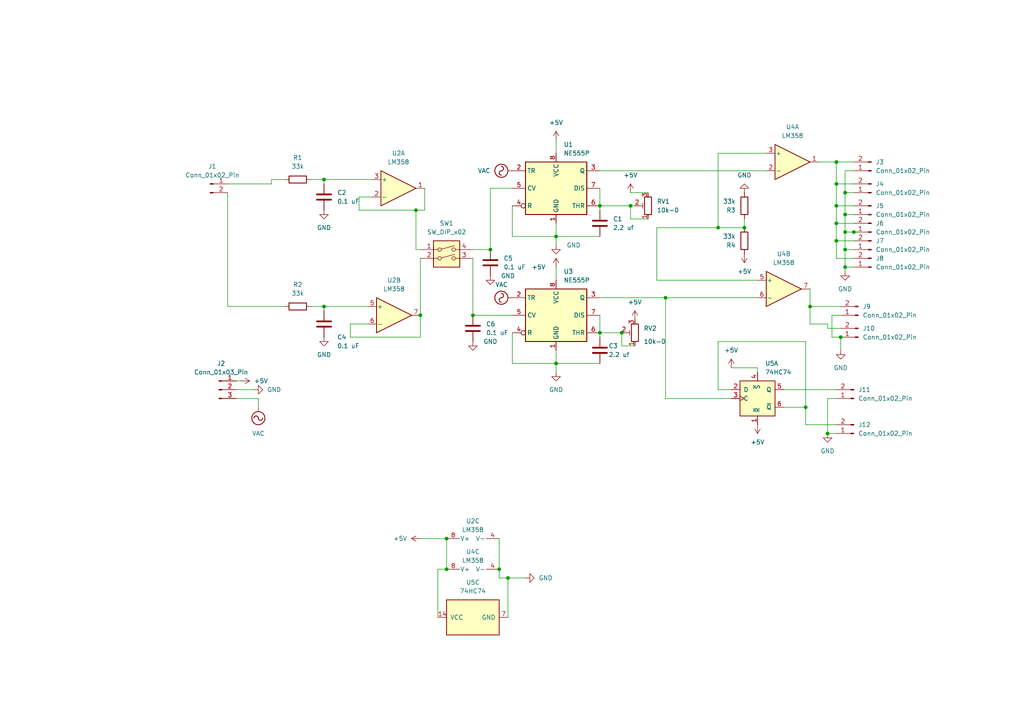
<source format=kicad_sch>
(kicad_sch (version 20230121) (generator eeschema)
  (paper "A4")
  (lib_symbols
    (symbol "74xx:74HC74" (pin_names (offset 1.016))
      (property "Reference" "U" (at -7.62 8.89 0))
      (property "Value" "74HC74" (at -7.62 -8.89 0))
      (symbol "74HC74_1_0"
        (pin input line (at 0 -7.62 90) (length 2.54) (name "~{R}") (number "1"))
        (pin input line (at -7.62 2.54 0) (length 2.54) (name "D") (number "2"))
        (pin input clock (at -7.62 0 0) (length 2.54) (name "C") (number "3"))
        (pin input line (at 0 7.62 270) (length 2.54) (name "~{S}") (number "4"))
        (pin output line (at 7.62 2.54 180) (length 2.54) (name "Q") (number "5"))
        (pin output line (at 7.62 -2.54 180) (length 2.54) (name "~{Q}") (number "6"))
      )
      (symbol "74HC74_1_1"
        (rectangle (start -5.08 5.08) (end 5.08 -5.08) (stroke (width 0.254)) (fill (type background)))
      )
      (symbol "74HC74_2_0"
        (pin input line (at 0 7.62 270) (length 2.54) (name "~{S}") (number "10"))
        (pin input clock (at -7.62 0 0) (length 2.54) (name "C") (number "11"))
        (pin input line (at -7.62 2.54 0) (length 2.54) (name "D") (number "12"))
        (pin input line (at 0 -7.62 90) (length 2.54) (name "~{R}") (number "13"))
        (pin output line (at 7.62 -2.54 180) (length 2.54) (name "~{Q}") (number "8"))
        (pin output line (at 7.62 2.54 180) (length 2.54) (name "Q") (number "9"))
      )
      (symbol "74HC74_2_1"
        (rectangle (start -5.08 5.08) (end 5.08 -5.08) (stroke (width 0.254)) (fill (type background)))
      )
      (symbol "74HC74_3_0"
        (pin power_in line (at 0 10.16 270) (length 2.54) (name "VCC") (number "14"))
        (pin power_in line (at 0 -10.16 90) (length 2.54) (name "GND") (number "7"))
      )
      (symbol "74HC74_3_1"
        (rectangle (start -5.08 7.62) (end 5.08 -7.62) (stroke (width 0.254)) (fill (type background)))
      )
    )
    (symbol "Amplifier_Operational:LM358" (pin_names (offset 0.127))
      (property "Reference" "U" (at 0 5.08 0))
      (property "Value" "LM358" (at 0 -5.08 0))
      (symbol "LM358_1_1"
        (polyline (pts (xy -5.08 5.08) (xy 5.08 0) (xy -5.08 -5.08) (xy -5.08 5.08)) (stroke (width 0.254)) (fill (type background)))
        (pin output line (at 7.62 0 180) (length 2.54) (name "~") (number "1"))
        (pin input line (at -7.62 -2.54 0) (length 2.54) (name "-") (number "2"))
        (pin input line (at -7.62 2.54 0) (length 2.54) (name "+") (number "3"))
      )
      (symbol "LM358_2_1"
        (polyline (pts (xy -5.08 5.08) (xy 5.08 0) (xy -5.08 -5.08) (xy -5.08 5.08)) (stroke (width 0.254)) (fill (type background)))
        (pin input line (at -7.62 2.54 0) (length 2.54) (name "+") (number "5"))
        (pin input line (at -7.62 -2.54 0) (length 2.54) (name "-") (number "6"))
        (pin output line (at 7.62 0 180) (length 2.54) (name "~") (number "7"))
      )
      (symbol "LM358_3_1"
        (pin power_in line (at -2.54 -7.62 90) (length 3.81) (name "V-") (number "4"))
        (pin power_in line (at -2.54 7.62 270) (length 3.81) (name "V+") (number "8"))
      )
    )
    (symbol "Connector:Conn_01x02_Pin" (pin_names (offset 1.016) hide)
      (property "Reference" "J" (at 0 2.54 0))
      (property "Value" "Conn_01x02_Pin" (at 0 -5.08 0))
      (symbol "Conn_01x02_Pin_1_1"
        (polyline (pts (xy 1.27 -2.54) (xy 0.8636 -2.54)) (stroke (width 0.1524)))
        (polyline (pts (xy 1.27 0) (xy 0.8636 0)) (stroke (width 0.1524)))
        (rectangle (start 0.8636 -2.413) (end 0 -2.667) (stroke (width 0.1524)) (fill (type outline)))
        (rectangle (start 0.8636 0.127) (end 0 -0.127) (stroke (width 0.1524)) (fill (type outline)))
        (pin passive line (at 5.08 0 180) (length 3.81) (name "Pin_1") (number "1"))
        (pin passive line (at 5.08 -2.54 180) (length 3.81) (name "Pin_2") (number "2"))
      )
    )
    (symbol "Connector:Conn_01x03_Pin" (pin_names (offset 1.016) hide)
      (property "Reference" "J" (at 0 5.08 0))
      (property "Value" "Conn_01x03_Pin" (at 0 -5.08 0))
      (symbol "Conn_01x03_Pin_1_1"
        (polyline (pts (xy 1.27 -2.54) (xy 0.8636 -2.54)) (stroke (width 0.1524)))
        (polyline (pts (xy 1.27 0) (xy 0.8636 0)) (stroke (width 0.1524)))
        (polyline (pts (xy 1.27 2.54) (xy 0.8636 2.54)) (stroke (width 0.1524)))
        (rectangle (start 0.8636 -2.413) (end 0 -2.667) (stroke (width 0.1524)) (fill (type outline)))
        (rectangle (start 0.8636 0.127) (end 0 -0.127) (stroke (width 0.1524)) (fill (type outline)))
        (rectangle (start 0.8636 2.667) (end 0 2.413) (stroke (width 0.1524)) (fill (type outline)))
        (pin passive line (at 5.08 2.54 180) (length 3.81) (name "Pin_1") (number "1"))
        (pin passive line (at 5.08 0 180) (length 3.81) (name "Pin_2") (number "2"))
        (pin passive line (at 5.08 -2.54 180) (length 3.81) (name "Pin_3") (number "3"))
      )
    )
    (symbol "Device:C" (pin_numbers hide) (pin_names (offset 0.254))
      (property "Reference" "C" (at 0.635 2.54 0))
      (property "Value" "C" (at 0.635 -2.54 0))
      (symbol "C_0_1"
        (polyline (pts (xy -2.032 -0.762) (xy 2.032 -0.762)) (stroke (width 0.508)))
        (polyline (pts (xy -2.032 0.762) (xy 2.032 0.762)) (stroke (width 0.508)))
      )
      (symbol "C_1_1"
        (pin passive line (at 0 3.81 270) (length 2.794) (name "~") (number "1"))
        (pin passive line (at 0 -3.81 90) (length 2.794) (name "~") (number "2"))
      )
    )
    (symbol "Device:R" (pin_numbers hide) (pin_names (offset 0))
      (property "Reference" "R" (at 2.032 0 90))
      (property "Value" "R" (at 0 0 90))
      (symbol "R_0_1"
        (rectangle (start -1.016 -2.54) (end 1.016 2.54) (stroke (width 0.254)))
      )
      (symbol "R_1_1"
        (pin passive line (at 0 3.81 270) (length 1.27) (name "~") (number "1"))
        (pin passive line (at 0 -3.81 90) (length 1.27) (name "~") (number "2"))
      )
    )
    (symbol "Device:R_Potentiometer_Trim" (pin_names (offset 1.016) hide)
      (property "Reference" "RV" (at -4.445 0 90))
      (property "Value" "R_Potentiometer_Trim" (at -2.54 0 90))
      (symbol "R_Potentiometer_Trim_0_1"
        (polyline (pts (xy 1.524 0.762) (xy 1.524 -0.762)))
        (polyline (pts (xy 2.54 0) (xy 1.524 0)))
        (rectangle (start 1.016 2.54) (end -1.016 -2.54) (stroke (width 0.254)))
      )
      (symbol "R_Potentiometer_Trim_1_1"
        (pin passive line (at 0 3.81 270) (length 1.27) (name "1") (number "1"))
        (pin passive line (at 3.81 0 180) (length 1.27) (name "2") (number "2"))
        (pin passive line (at 0 -3.81 90) (length 1.27) (name "3") (number "3"))
      )
    )
    (symbol "Switch:SW_DIP_x02" (pin_names (offset 0) hide)
      (property "Reference" "SW" (at 0 6.35 0))
      (property "Value" "SW_DIP_x02" (at 0 -3.81 0))
      (symbol "SW_DIP_x02_0_0"
        (circle (center -2.032 0) (radius 0.508))
        (circle (center -2.032 2.54) (radius 0.508))
        (polyline (pts (xy -1.524 0.127) (xy 2.3622 1.1684)))
        (polyline (pts (xy -1.524 2.667) (xy 2.3622 3.7084)))
        (circle (center 2.032 0) (radius 0.508))
        (circle (center 2.032 2.54) (radius 0.508))
      )
      (symbol "SW_DIP_x02_0_1"
        (rectangle (start -3.81 5.08) (end 3.81 -2.54) (stroke (width 0.254)) (fill (type background)))
      )
      (symbol "SW_DIP_x02_1_1"
        (pin passive line (at -7.62 2.54 0) (length 5.08) (name "~") (number "1"))
        (pin passive line (at -7.62 0 0) (length 5.08) (name "~") (number "2"))
        (pin passive line (at 7.62 0 180) (length 5.08) (name "~") (number "3"))
        (pin passive line (at 7.62 2.54 180) (length 5.08) (name "~") (number "4"))
      )
    )
    (symbol "Timer:NE555P"
      (property "Reference" "U" (at -10.16 8.89 0))
      (property "Value" "NE555P" (at 2.54 8.89 0))
      (symbol "NE555P_0_0"
        (pin power_in line (at 0 -10.16 90) (length 2.54) (name "GND") (number "1"))
        (pin power_in line (at 0 10.16 270) (length 2.54) (name "VCC") (number "8"))
      )
      (symbol "NE555P_0_1"
        (rectangle (start -8.89 -7.62) (end 8.89 7.62) (stroke (width 0.254)) (fill (type background)))
        (rectangle (start -8.89 -7.62) (end 8.89 7.62) (stroke (width 0.254)) (fill (type background)))
      )
      (symbol "NE555P_1_1"
        (pin input line (at -12.7 5.08 0) (length 3.81) (name "TR") (number "2"))
        (pin output line (at 12.7 5.08 180) (length 3.81) (name "Q") (number "3"))
        (pin input inverted (at -12.7 -5.08 0) (length 3.81) (name "R") (number "4"))
        (pin input line (at -12.7 0 0) (length 3.81) (name "CV") (number "5"))
        (pin input line (at 12.7 -5.08 180) (length 3.81) (name "THR") (number "6"))
        (pin input line (at 12.7 0 180) (length 3.81) (name "DIS") (number "7"))
      )
    )
    (symbol "power:+5V" (power) (pin_names (offset 0))
      (property "Value" "+5V" (at 0 3.556 0))
      (symbol "+5V_0_1"
        (polyline (pts (xy -0.762 1.27) (xy 0 2.54)))
        (polyline (pts (xy 0 0) (xy 0 2.54)))
        (polyline (pts (xy 0 2.54) (xy 0.762 1.27)))
      )
      (symbol "+5V_1_1"
        (pin power_in line (at 0 0 90) (length 0) hide (name "+5V") (number "1"))
      )
    )
    (symbol "power:GND" (power) (pin_names (offset 0))
      (property "Value" "GND" (at 0 -3.81 0))
      (symbol "GND_0_1"
        (polyline (pts (xy 0 0) (xy 0 -1.27) (xy 1.27 -1.27) (xy 0 -2.54) (xy -1.27 -1.27) (xy 0 -1.27)))
      )
      (symbol "GND_1_1"
        (pin power_in line (at 0 0 270) (length 0) hide (name "GND") (number "1"))
      )
    )
    (symbol "power:VAC" (power) (pin_names (offset 0))
      (property "Value" "VAC" (at 0 6.35 0))
      (symbol "VAC_0_1"
        (polyline (pts (xy 0 0) (xy 0 1.27)))
        (arc (start 0 3.175) (mid -0.635 3.8073) (end -1.27 3.175) (stroke (width 0.254)))
        (arc (start 0 3.175) (mid 0.635 2.5427) (end 1.27 3.175) (stroke (width 0.254)))
        (circle (center 0 3.175) (radius 1.905) (stroke (width 0.254)))
      )
      (symbol "VAC_1_1"
        (pin power_in line (at 0 0 90) (length 0) hide (name "VAC") (number "1"))
      )
    )
  )
  (junction (at 245.11 55.88))
  (junction (at 234.95 88.9))
  (junction (at 93.98 88.9))
  (junction (at 242.57 59.69))
  (junction (at 245.11 62.23))
  (junction (at 242.57 69.85))
  (junction (at 180.34 96.52))
  (junction (at 137.16 91.44))
  (junction (at 121.92 91.44))
  (junction (at 161.29 68.58))
  (junction (at 193.04 86.36))
  (junction (at 147.32 167.64))
  (junction (at 245.11 72.39))
  (junction (at 161.29 105.41))
  (junction (at 173.99 96.52))
  (junction (at 215.9 66.04))
  (junction (at 233.68 118.11))
  (junction (at 120.65 60.96))
  (junction (at 142.24 72.39))
  (junction (at 144.78 165.1))
  (junction (at 242.57 64.77))
  (junction (at 245.11 67.31))
  (junction (at 173.99 59.69))
  (junction (at 247.65 67.31))
  (junction (at 240.03 125.73))
  (junction (at 129.54 156.21))
  (junction (at 243.84 97.79))
  (junction (at 242.57 46.99))
  (junction (at 242.57 53.34))
  (junction (at 208.28 66.04))
  (junction (at 129.54 165.1))
  (junction (at 245.11 77.47))
  (junction (at 93.98 52.07))
  (junction (at 182.88 59.69))
  (wire (pts (xy 142.24 72.39) (xy 142.24 54.61)))
  (wire (pts (xy 161.29 68.58) (xy 173.99 68.58)))
  (wire (pts (xy 234.95 88.9) (xy 234.95 83.82)))
  (wire (pts (xy 208.28 113.03) (xy 212.09 113.03)))
  (wire (pts (xy 93.98 90.17) (xy 93.98 88.9)))
  (wire (pts (xy 241.3 91.44) (xy 241.3 97.79)))
  (wire (pts (xy 240.03 95.25) (xy 243.84 95.25)))
  (wire (pts (xy 148.59 91.44) (xy 137.16 91.44)))
  (wire (pts (xy 241.3 97.79) (xy 243.84 97.79)))
  (wire (pts (xy 247.65 59.69) (xy 242.57 59.69)))
  (wire (pts (xy 66.04 55.88) (xy 66.04 88.9)))
  (wire (pts (xy 247.65 55.88) (xy 245.11 55.88)))
  (wire (pts (xy 247.65 62.23) (xy 245.11 62.23)))
  (wire (pts (xy 247.65 69.85) (xy 242.57 69.85)))
  (wire (pts (xy 245.11 78.74) (xy 245.11 77.47)))
  (wire (pts (xy 180.34 100.33) (xy 180.34 96.52)))
  (wire (pts (xy 148.59 59.69) (xy 148.59 68.58)))
  (wire (pts (xy 219.71 106.68) (xy 212.09 106.68)))
  (wire (pts (xy 123.19 60.96) (xy 120.65 60.96)))
  (wire (pts (xy 173.99 60.96) (xy 173.99 59.69)))
  (wire (pts (xy 173.99 91.44) (xy 173.99 96.52)))
  (wire (pts (xy 242.57 64.77) (xy 242.57 59.69)))
  (wire (pts (xy 245.11 49.53) (xy 245.11 55.88)))
  (wire (pts (xy 242.57 115.57) (xy 240.03 115.57)))
  (wire (pts (xy 240.03 93.98) (xy 234.95 93.98)))
  (wire (pts (xy 101.6 93.98) (xy 106.68 93.98)))
  (wire (pts (xy 161.29 68.58) (xy 161.29 64.77)))
  (wire (pts (xy 227.33 113.03) (xy 242.57 113.03)))
  (wire (pts (xy 245.11 62.23) (xy 245.11 67.31)))
  (wire (pts (xy 190.5 66.04) (xy 190.5 81.28)))
  (wire (pts (xy 208.28 44.45) (xy 222.25 44.45)))
  (wire (pts (xy 247.65 53.34) (xy 242.57 53.34)))
  (wire (pts (xy 173.99 54.61) (xy 173.99 59.69)))
  (wire (pts (xy 233.68 123.19) (xy 242.57 123.19)))
  (wire (pts (xy 137.16 72.39) (xy 142.24 72.39)))
  (wire (pts (xy 233.68 118.11) (xy 233.68 123.19)))
  (wire (pts (xy 90.17 52.07) (xy 93.98 52.07)))
  (wire (pts (xy 243.84 101.6) (xy 243.84 97.79)))
  (wire (pts (xy 78.74 53.34) (xy 78.74 52.07)))
  (wire (pts (xy 215.9 66.04) (xy 215.9 63.5)))
  (wire (pts (xy 193.04 86.36) (xy 219.71 86.36)))
  (wire (pts (xy 93.98 53.34) (xy 93.98 52.07)))
  (wire (pts (xy 193.04 86.36) (xy 193.04 115.57)))
  (wire (pts (xy 240.03 125.73) (xy 242.57 125.73)))
  (wire (pts (xy 123.19 54.61) (xy 123.19 60.96)))
  (wire (pts (xy 245.11 72.39) (xy 245.11 77.47)))
  (wire (pts (xy 219.71 107.95) (xy 219.71 106.68)))
  (wire (pts (xy 121.92 74.93) (xy 121.92 91.44)))
  (wire (pts (xy 242.57 74.93) (xy 242.57 69.85)))
  (wire (pts (xy 182.88 59.69) (xy 182.88 63.5)))
  (wire (pts (xy 234.95 93.98) (xy 234.95 88.9)))
  (wire (pts (xy 127 165.1) (xy 129.54 165.1)))
  (wire (pts (xy 173.99 59.69) (xy 182.88 59.69)))
  (wire (pts (xy 173.99 49.53) (xy 222.25 49.53)))
  (wire (pts (xy 243.84 91.44) (xy 241.3 91.44)))
  (wire (pts (xy 208.28 66.04) (xy 190.5 66.04)))
  (wire (pts (xy 173.99 86.36) (xy 193.04 86.36)))
  (wire (pts (xy 240.03 93.98) (xy 240.03 95.25)))
  (wire (pts (xy 161.29 77.47) (xy 161.29 81.28)))
  (wire (pts (xy 120.65 60.96) (xy 120.65 72.39)))
  (wire (pts (xy 242.57 59.69) (xy 242.57 53.34)))
  (wire (pts (xy 147.32 167.64) (xy 147.32 179.07)))
  (wire (pts (xy 247.65 67.31) (xy 245.11 67.31)))
  (wire (pts (xy 247.65 49.53) (xy 245.11 49.53)))
  (wire (pts (xy 233.68 118.11) (xy 233.68 99.06)))
  (wire (pts (xy 193.04 115.57) (xy 212.09 115.57)))
  (wire (pts (xy 104.14 57.15) (xy 107.95 57.15)))
  (wire (pts (xy 68.58 110.49) (xy 69.85 110.49)))
  (wire (pts (xy 104.14 60.96) (xy 104.14 57.15)))
  (wire (pts (xy 233.68 99.06) (xy 208.28 99.06)))
  (wire (pts (xy 93.98 88.9) (xy 106.68 88.9)))
  (wire (pts (xy 144.78 167.64) (xy 147.32 167.64)))
  (wire (pts (xy 147.32 167.64) (xy 152.4 167.64)))
  (wire (pts (xy 240.03 115.57) (xy 240.03 125.73)))
  (wire (pts (xy 148.59 68.58) (xy 161.29 68.58)))
  (wire (pts (xy 187.96 55.88) (xy 182.88 55.88)))
  (wire (pts (xy 247.65 72.39) (xy 245.11 72.39)))
  (wire (pts (xy 242.57 46.99) (xy 247.65 46.99)))
  (wire (pts (xy 234.95 88.9) (xy 243.84 88.9)))
  (wire (pts (xy 248.92 67.31) (xy 247.65 67.31)))
  (wire (pts (xy 208.28 66.04) (xy 215.9 66.04)))
  (wire (pts (xy 180.34 100.33) (xy 184.15 100.33)))
  (wire (pts (xy 142.24 54.61) (xy 148.59 54.61)))
  (wire (pts (xy 182.88 63.5) (xy 187.96 63.5)))
  (wire (pts (xy 121.92 91.44) (xy 121.92 97.79)))
  (wire (pts (xy 182.88 59.69) (xy 184.15 59.69)))
  (wire (pts (xy 242.57 69.85) (xy 242.57 64.77)))
  (wire (pts (xy 101.6 97.79) (xy 101.6 93.98)))
  (wire (pts (xy 227.33 118.11) (xy 233.68 118.11)))
  (wire (pts (xy 190.5 81.28) (xy 219.71 81.28)))
  (wire (pts (xy 78.74 52.07) (xy 82.55 52.07)))
  (wire (pts (xy 148.59 105.41) (xy 161.29 105.41)))
  (wire (pts (xy 173.99 96.52) (xy 180.34 96.52)))
  (wire (pts (xy 68.58 113.03) (xy 73.66 113.03)))
  (wire (pts (xy 127 179.07) (xy 127 165.1)))
  (wire (pts (xy 161.29 71.12) (xy 161.29 68.58)))
  (wire (pts (xy 144.78 156.21) (xy 144.78 165.1)))
  (wire (pts (xy 161.29 105.41) (xy 161.29 101.6)))
  (wire (pts (xy 144.78 167.64) (xy 144.78 165.1)))
  (wire (pts (xy 121.92 156.21) (xy 129.54 156.21)))
  (wire (pts (xy 245.11 55.88) (xy 245.11 62.23)))
  (wire (pts (xy 161.29 105.41) (xy 173.99 105.41)))
  (wire (pts (xy 148.59 96.52) (xy 148.59 105.41)))
  (wire (pts (xy 121.92 97.79) (xy 101.6 97.79)))
  (wire (pts (xy 247.65 64.77) (xy 242.57 64.77)))
  (wire (pts (xy 245.11 77.47) (xy 247.65 77.47)))
  (wire (pts (xy 161.29 40.64) (xy 161.29 44.45)))
  (wire (pts (xy 90.17 88.9) (xy 93.98 88.9)))
  (wire (pts (xy 247.65 74.93) (xy 242.57 74.93)))
  (wire (pts (xy 93.98 52.07) (xy 107.95 52.07)))
  (wire (pts (xy 173.99 97.79) (xy 173.99 96.52)))
  (wire (pts (xy 120.65 72.39) (xy 121.92 72.39)))
  (wire (pts (xy 74.93 115.57) (xy 68.58 115.57)))
  (wire (pts (xy 129.54 156.21) (xy 129.54 165.1)))
  (wire (pts (xy 208.28 66.04) (xy 208.28 44.45)))
  (wire (pts (xy 66.04 88.9) (xy 82.55 88.9)))
  (wire (pts (xy 74.93 118.11) (xy 74.93 115.57)))
  (wire (pts (xy 242.57 53.34) (xy 242.57 46.99)))
  (wire (pts (xy 208.28 99.06) (xy 208.28 113.03)))
  (wire (pts (xy 161.29 107.95) (xy 161.29 105.41)))
  (wire (pts (xy 66.04 53.34) (xy 78.74 53.34)))
  (wire (pts (xy 245.11 67.31) (xy 245.11 72.39)))
  (wire (pts (xy 137.16 91.44) (xy 137.16 74.93)))
  (wire (pts (xy 237.49 46.99) (xy 242.57 46.99)))
  (wire (pts (xy 120.65 60.96) (xy 104.14 60.96)))
  (symbol (lib_id "Amplifier_Operational:LM358") (at 137.16 162.56 90) (unit 3)
    (property "Reference" "U4" (at 137.16 160.02 90))
    (property "Value" "LM358" (at 137.16 162.56 90))
    (property "Footprint" "Package_DIP:DIP-8_W7.62mm" (effects hide))
    (property "Datasheet" "http://www.ti.com/lit/ds/symlink/lm2904-n.pdf" (effects hide))
  )
  (symbol (lib_id "Device:R") (at 86.36 52.07 90) (unit 1)
    (property "Reference" "R1" (at 86.36 45.72 90))
    (property "Value" "33k" (at 86.36 48.26 90))
    (property "Footprint" "Resistor_THT:R_Axial_DIN0204_L3.6mm_D1.6mm_P5.08mm_Horizontal" (effects hide))
  )
  (symbol (lib_id "Device:R") (at 215.9 69.85 180) (unit 1)
    (property "Reference" "R4" (at 213.36 71.12 0) (effects (justify left)))
    (property "Value" "33k" (at 213.36 68.58 0) (effects (justify left)))
    (property "Footprint" "Resistor_THT:R_Axial_DIN0204_L3.6mm_D1.6mm_P5.08mm_Horizontal" (effects hide))
  )
  (symbol (lib_id "power:GND") (at 73.66 113.03 90) (unit 1)
    (property "Reference" "#PWR020" (effects hide))
    (property "Value" "GND" (at 77.47 113.03 90) (effects (justify right)))
  )
  (symbol (lib_id "Connector:Conn_01x03_Pin") (at 63.5 113.03 0) (unit 1)
    (property "Reference" "J2" (at 64.135 105.41 0))
    (property "Value" "Conn_01x03_Pin" (at 64.135 107.95 0))
    (property "Footprint" "Connector_JST:JST_EH_B3B-EH-A_1x03_P2.50mm_Vertical" (effects hide))
  )
  (symbol (lib_id "Device:C") (at 142.24 76.2 0) (unit 1)
    (property "Reference" "C5" (at 146.05 74.93 0) (effects (justify left)))
    (property "Value" "0.1 uF" (at 146.05 77.47 0) (effects (justify left)))
    (property "Footprint" "Capacitor_THT:C_Disc_D3.4mm_W2.1mm_P2.50mm" (effects hide))
  )
  (symbol (lib_id "power:VAC") (at 74.93 118.11 180) (unit 1)
    (property "Reference" "#PWR021" (effects hide))
    (property "Value" "VAC" (at 74.93 125.73 0))
  )
  (symbol (lib_id "Connector:Conn_01x02_Pin") (at 252.73 49.53 180) (unit 1)
    (property "Reference" "J3" (at 254 46.99 0) (effects (justify right)))
    (property "Value" "Conn_01x02_Pin" (at 254 49.53 0) (effects (justify right)))
    (property "Footprint" "Connector_JST:JST_EH_B2B-EH-A_1x02_P2.50mm_Vertical" (effects hide))
  )
  (symbol (lib_id "Device:R") (at 86.36 88.9 90) (unit 1)
    (property "Reference" "R2" (at 86.36 82.55 90))
    (property "Value" "33k" (at 86.36 85.09 90))
    (property "Footprint" "Resistor_THT:R_Axial_DIN0204_L3.6mm_D1.6mm_P5.08mm_Horizontal" (effects hide))
  )
  (symbol (lib_id "Device:C") (at 137.16 95.25 0) (unit 1)
    (property "Reference" "C6" (at 140.97 93.98 0) (effects (justify left)))
    (property "Value" "0.1 uF" (at 140.97 96.52 0) (effects (justify left)))
    (property "Footprint" "Capacitor_THT:C_Disc_D3.4mm_W2.1mm_P2.50mm" (effects hide))
  )
  (symbol (lib_id "Connector:Conn_01x02_Pin") (at 252.73 77.47 180) (unit 1)
    (property "Reference" "J8" (at 254 74.93 0) (effects (justify right)))
    (property "Value" "Conn_01x02_Pin" (at 254 77.47 0) (effects (justify right)))
    (property "Footprint" "Connector_JST:JST_EH_B2B-EH-A_1x02_P2.50mm_Vertical" (effects hide))
  )
  (symbol (lib_id "Connector:Conn_01x02_Pin") (at 252.73 55.88 180) (unit 1)
    (property "Reference" "J4" (at 254 53.34 0) (effects (justify right)))
    (property "Value" "Conn_01x02_Pin" (at 254 55.88 0) (effects (justify right)))
    (property "Footprint" "Connector_JST:JST_EH_B2B-EH-A_1x02_P2.50mm_Vertical" (effects hide))
  )
  (symbol (lib_id "Device:C") (at 93.98 93.98 0) (unit 1)
    (property "Reference" "C4" (at 97.79 97.79 0) (effects (justify left)))
    (property "Value" "0.1 uF" (at 97.79 100.33 0) (effects (justify left)))
    (property "Footprint" "Capacitor_THT:C_Disc_D3.4mm_W2.1mm_P2.50mm" (effects hide))
  )
  (symbol (lib_id "Connector:Conn_01x02_Pin") (at 248.92 97.79 180) (unit 1)
    (property "Reference" "J10" (at 250.19 95.25 0) (effects (justify right)))
    (property "Value" "Conn_01x02_Pin" (at 250.19 97.79 0) (effects (justify right)))
    (property "Footprint" "Connector_JST:JST_EH_B2B-EH-A_1x02_P2.50mm_Vertical" (effects hide))
  )
  (symbol (lib_id "power:GND") (at 161.29 71.12 0) (unit 1)
    (property "Reference" "#PWR02" (effects hide))
    (property "Value" "GND" (at 166.37 71.12 0))
  )
  (symbol (lib_id "power:GND") (at 137.16 99.06 0) (unit 1)
    (property "Reference" "#PWR018" (effects hide))
    (property "Value" "GND" (at 142.24 99.06 0))
  )
  (symbol (lib_id "Timer:NE555P") (at 161.29 91.44 0) (unit 1)
    (property "Reference" "U3" (at 163.4841 78.74 0) (effects (justify left)))
    (property "Value" "NE555P" (at 163.4841 81.28 0) (effects (justify left)))
    (property "Footprint" "Package_DIP:DIP-8_W7.62mm" (effects hide))
    (property "Datasheet" "http://www.ti.com/lit/ds/symlink/ne555.pdf" (effects hide))
  )
  (symbol (lib_id "Timer:NE555P") (at 161.29 54.61 0) (unit 1)
    (property "Reference" "U1" (at 163.4841 41.91 0) (effects (justify left)))
    (property "Value" "NE555P" (at 163.4841 44.45 0) (effects (justify left)))
    (property "Footprint" "Package_DIP:DIP-8_W7.62mm" (effects hide))
    (property "Datasheet" "http://www.ti.com/lit/ds/symlink/ne555.pdf" (effects hide))
  )
  (symbol (lib_id "power:+5V") (at 69.85 110.49 270) (unit 1)
    (property "Reference" "#PWR019" (effects hide))
    (property "Value" "+5V" (at 73.66 110.49 90) (effects (justify left)))
  )
  (symbol (lib_id "power:VAC") (at 148.59 49.53 90) (unit 1)
    (property "Reference" "#PWR05" (effects hide))
    (property "Value" "VAC" (at 142.24 49.53 90) (effects (justify left)))
  )
  (symbol (lib_id "Amplifier_Operational:LM358") (at 114.3 91.44 0) (unit 2)
    (property "Reference" "U2" (at 114.3 81.28 0))
    (property "Value" "LM358" (at 114.3 83.82 0))
    (property "Footprint" "Package_DIP:DIP-8_W7.62mm" (effects hide))
    (property "Datasheet" "http://www.ti.com/lit/ds/symlink/lm2904-n.pdf" (effects hide))
  )
  (symbol (lib_id "Connector:Conn_01x02_Pin") (at 252.73 72.39 180) (unit 1)
    (property "Reference" "J7" (at 254 69.85 0) (effects (justify right)))
    (property "Value" "Conn_01x02_Pin" (at 254 72.39 0) (effects (justify right)))
    (property "Footprint" "Connector_JST:JST_EH_B2B-EH-A_1x02_P2.50mm_Vertical" (effects hide))
  )
  (symbol (lib_id "power:GND") (at 243.84 101.6 0) (unit 1)
    (property "Reference" "#PWR023" (effects hide))
    (property "Value" "GND" (at 243.84 106.68 0))
  )
  (symbol (lib_id "Connector:Conn_01x02_Pin") (at 252.73 62.23 180) (unit 1)
    (property "Reference" "J5" (at 254 59.69 0) (effects (justify right)))
    (property "Value" "Conn_01x02_Pin" (at 254 62.23 0) (effects (justify right)))
    (property "Footprint" "Connector_JST:JST_EH_B2B-EH-A_1x02_P2.50mm_Vertical" (effects hide))
  )
  (symbol (lib_id "power:GND") (at 245.11 78.74 0) (unit 1)
    (property "Reference" "#PWR022" (effects hide))
    (property "Value" "GND" (at 245.11 83.82 0))
  )
  (symbol (lib_id "power:+5V") (at 212.09 106.68 0) (unit 1)
    (property "Reference" "#PWR013" (effects hide))
    (property "Value" "+5V" (at 212.09 101.6 0))
  )
  (symbol (lib_id "power:VAC") (at 148.59 86.36 90) (unit 1)
    (property "Reference" "#PWR06" (effects hide))
    (property "Value" "VAC" (at 147.32 82.55 90) (effects (justify left)))
  )
  (symbol (lib_id "power:+5V") (at 161.29 40.64 0) (unit 1)
    (property "Reference" "#PWR01" (effects hide))
    (property "Value" "+5V" (at 161.29 35.56 0))
  )
  (symbol (lib_id "power:+5V") (at 121.92 156.21 90) (unit 1)
    (property "Reference" "#PWR015" (effects hide))
    (property "Value" "+5V" (at 118.11 156.21 90) (effects (justify left)))
  )
  (symbol (lib_id "power:+5V") (at 184.15 92.71 0) (unit 1)
    (property "Reference" "#PWR09" (effects hide))
    (property "Value" "+5V" (at 184.15 87.63 0))
  )
  (symbol (lib_id "Device:C") (at 173.99 101.6 0) (unit 1)
    (property "Reference" "C3" (at 176.53 100.33 0) (effects (justify left)))
    (property "Value" "2.2 uf" (at 176.53 102.87 0) (effects (justify left)))
    (property "Footprint" "Capacitor_THT:C_Disc_D3.4mm_W2.1mm_P2.50mm" (effects hide))
  )
  (symbol (lib_id "power:GND") (at 93.98 97.79 0) (unit 1)
    (property "Reference" "#PWR010" (effects hide))
    (property "Value" "GND" (at 93.98 102.87 0))
  )
  (symbol (lib_id "Device:R_Potentiometer_Trim") (at 184.15 96.52 180) (unit 1)
    (property "Reference" "RV2" (at 186.69 95.25 0) (effects (justify right)))
    (property "Value" "10k-0" (at 186.69 99.06 0) (effects (justify right)))
    (property "Footprint" "Potentiometer_THT:Potentiometer_Bourns_3386P_Vertical" (effects hide))
  )
  (symbol (lib_id "Device:R_Potentiometer_Trim") (at 187.96 59.69 180) (unit 1)
    (property "Reference" "RV1" (at 190.5 58.42 0) (effects (justify right)))
    (property "Value" "10k-0" (at 190.5 60.96 0) (effects (justify right)))
    (property "Footprint" "Potentiometer_THT:Potentiometer_Bourns_3386P_Vertical" (effects hide))
  )
  (symbol (lib_id "Device:R") (at 215.9 59.69 180) (unit 1)
    (property "Reference" "R3" (at 213.36 60.96 0) (effects (justify left)))
    (property "Value" "33k" (at 213.36 58.42 0) (effects (justify left)))
    (property "Footprint" "Resistor_THT:R_Axial_DIN0204_L3.6mm_D1.6mm_P5.08mm_Horizontal" (effects hide))
  )
  (symbol (lib_id "74xx:74HC74") (at 219.71 115.57 0) (unit 1)
    (property "Reference" "U5" (at 221.9041 105.41 0) (effects (justify left)))
    (property "Value" "74HC74" (at 221.9041 107.95 0) (effects (justify left)))
    (property "Footprint" "Package_DIP:DIP-14_W7.62mm" (effects hide))
    (property "Datasheet" "74xx/74hc_hct74.pdf" (effects hide))
  )
  (symbol (lib_id "power:+5V") (at 219.71 123.19 180) (unit 1)
    (property "Reference" "#PWR014" (effects hide))
    (property "Value" "+5V" (at 219.71 128.27 0))
  )
  (symbol (lib_id "Amplifier_Operational:LM358") (at 137.16 153.67 90) (unit 3)
    (property "Reference" "U2" (at 137.16 151.13 90))
    (property "Value" "LM358" (at 137.16 153.67 90))
    (property "Footprint" "Package_DIP:DIP-8_W7.62mm" (effects hide))
    (property "Datasheet" "http://www.ti.com/lit/ds/symlink/lm2904-n.pdf" (effects hide))
  )
  (symbol (lib_id "Switch:SW_DIP_x02") (at 129.54 74.93 0) (unit 1)
    (property "Reference" "SW1" (at 129.54 64.77 0))
    (property "Value" "SW_DIP_x02" (at 129.54 67.31 0))
    (property "Footprint" "Button_Switch_THT:SW_DIP_SPSTx02_Slide_9.78x7.26mm_W7.62mm_P2.54mm" (effects hide))
  )
  (symbol (lib_id "Device:C") (at 93.98 57.15 0) (unit 1)
    (property "Reference" "C2" (at 97.79 55.88 0) (effects (justify left)))
    (property "Value" "0.1 uF" (at 97.79 58.42 0) (effects (justify left)))
    (property "Footprint" "Capacitor_THT:C_Disc_D3.4mm_W2.1mm_P2.50mm" (effects hide))
  )
  (symbol (lib_id "Amplifier_Operational:LM358") (at 227.33 83.82 0) (unit 2)
    (property "Reference" "U4" (at 227.33 73.66 0))
    (property "Value" "LM358" (at 227.33 76.2 0))
    (property "Footprint" "Package_DIP:DIP-8_W7.62mm" (effects hide))
    (property "Datasheet" "http://www.ti.com/lit/ds/symlink/lm2904-n.pdf" (effects hide))
  )
  (symbol (lib_id "power:+5V") (at 215.9 73.66 180) (unit 1)
    (property "Reference" "#PWR011" (effects hide))
    (property "Value" "+5V" (at 215.9 78.74 0))
  )
  (symbol (lib_id "power:+5V") (at 182.88 55.88 0) (unit 1)
    (property "Reference" "#PWR03" (effects hide))
    (property "Value" "+5V" (at 182.88 50.8 0))
  )
  (symbol (lib_id "Amplifier_Operational:LM358") (at 229.87 46.99 0) (unit 1)
    (property "Reference" "U4" (at 229.87 36.83 0))
    (property "Value" "LM358" (at 229.87 39.37 0))
    (property "Footprint" "Package_DIP:DIP-8_W7.62mm" (effects hide))
    (property "Datasheet" "http://www.ti.com/lit/ds/symlink/lm2904-n.pdf" (effects hide))
  )
  (symbol (lib_id "Connector:Conn_01x02_Pin") (at 60.96 53.34 0) (unit 1)
    (property "Reference" "J1" (at 61.595 48.26 0))
    (property "Value" "Conn_01x02_Pin" (at 61.595 50.8 0))
    (property "Footprint" "Connector_JST:JST_EH_B2B-EH-A_1x02_P2.50mm_Vertical" (effects hide))
  )
  (symbol (lib_id "Amplifier_Operational:LM358") (at 115.57 54.61 0) (unit 1)
    (property "Reference" "U2" (at 115.57 44.45 0))
    (property "Value" "LM358" (at 115.57 46.99 0))
    (property "Footprint" "Package_DIP:DIP-8_W7.62mm" (effects hide))
    (property "Datasheet" "http://www.ti.com/lit/ds/symlink/lm2904-n.pdf" (effects hide))
  )
  (symbol (lib_id "Device:C") (at 173.99 64.77 0) (unit 1)
    (property "Reference" "C1" (at 177.8 63.5 0) (effects (justify left)))
    (property "Value" "2.2 uf" (at 177.8 66.04 0) (effects (justify left)))
    (property "Footprint" "Capacitor_THT:C_Disc_D3.4mm_W2.1mm_P2.50mm" (effects hide))
  )
  (symbol (lib_id "Connector:Conn_01x02_Pin") (at 248.92 91.44 180) (unit 1)
    (property "Reference" "J9" (at 250.19 88.9 0) (effects (justify right)))
    (property "Value" "Conn_01x02_Pin" (at 250.19 91.44 0) (effects (justify right)))
    (property "Footprint" "Connector_JST:JST_EH_B2B-EH-A_1x02_P2.50mm_Vertical" (effects hide))
  )
  (symbol (lib_id "74xx:74HC74") (at 137.16 179.07 90) (unit 3)
    (property "Reference" "U5" (at 137.16 168.91 90))
    (property "Value" "74HC74" (at 137.16 171.45 90))
    (property "Footprint" "Package_DIP:DIP-14_W7.62mm" (effects hide))
    (property "Datasheet" "74xx/74hc_hct74.pdf" (effects hide))
  )
  (symbol (lib_id "Connector:Conn_01x02_Pin") (at 247.65 115.57 180) (unit 1)
    (property "Reference" "J11" (at 248.92 113.03 0) (effects (justify right)))
    (property "Value" "Conn_01x02_Pin" (at 248.92 115.57 0) (effects (justify right)))
    (property "Footprint" "Connector_JST:JST_EH_B2B-EH-A_1x02_P2.50mm_Vertical" (effects hide))
  )
  (symbol (lib_id "power:GND") (at 93.98 60.96 0) (unit 1)
    (property "Reference" "#PWR04" (effects hide))
    (property "Value" "GND" (at 93.98 66.04 0))
  )
  (symbol (lib_id "power:GND") (at 161.29 107.95 0) (unit 1)
    (property "Reference" "#PWR08" (effects hide))
    (property "Value" "GND" (at 161.29 113.03 0))
  )
  (symbol (lib_id "power:GND") (at 142.24 80.01 0) (unit 1)
    (property "Reference" "#PWR017" (effects hide))
    (property "Value" "GND" (at 147.32 80.01 0))
  )
  (symbol (lib_id "Connector:Conn_01x02_Pin") (at 252.73 67.31 180) (unit 1)
    (property "Reference" "J6" (at 254 64.77 0) (effects (justify right)))
    (property "Value" "Conn_01x02_Pin" (at 254 67.31 0) (effects (justify right)))
    (property "Footprint" "Connector_JST:JST_EH_B2B-EH-A_1x02_P2.50mm_Vertical" (effects hide))
  )
  (symbol (lib_id "Connector:Conn_01x02_Pin") (at 247.65 125.73 180) (unit 1)
    (property "Reference" "J12" (at 248.92 123.19 0) (effects (justify right)))
    (property "Value" "Conn_01x02_Pin" (at 248.92 125.73 0) (effects (justify right)))
    (property "Footprint" "Connector_JST:JST_EH_B2B-EH-A_1x02_P2.50mm_Vertical" (effects hide))
  )
  (symbol (lib_id "power:+5V") (at 161.29 77.47 0) (unit 1)
    (property "Reference" "#PWR07" (effects hide))
    (property "Value" "+5V" (at 156.21 77.47 0))
  )
  (symbol (lib_id "power:GND") (at 240.03 125.73 0) (unit 1)
    (property "Reference" "#PWR024" (effects hide))
    (property "Value" "GND" (at 240.03 130.81 0))
  )
  (symbol (lib_id "power:GND") (at 215.9 55.88 180) (unit 1)
    (property "Reference" "#PWR012" (effects hide))
    (property "Value" "GND" (at 215.9 50.8 0))
  )
  (symbol (lib_id "power:GND") (at 152.4 167.64 90) (unit 1)
    (property "Reference" "#PWR016" (effects hide))
    (property "Value" "GND" (at 156.21 167.64 90) (effects (justify right)))
  )
)
</source>
